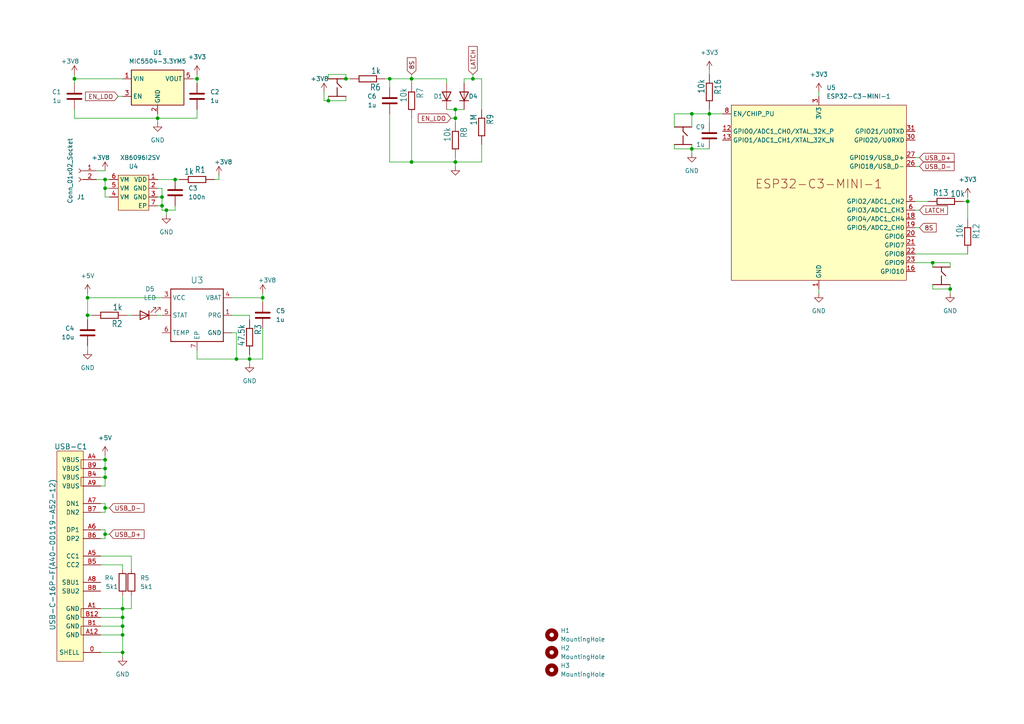
<source format=kicad_sch>
(kicad_sch (version 20230121) (generator eeschema)
  (paper "A4")
  (title_block (title "Rapid Remote") (date "2023-07-04") (rev "C") (company "Thomas Whyte-Venables") (comment 1 "Rev. C: Changed components to 0603 and added LIPO") (comment 2 "Rev. B: Changed to SOC") (comment 3 "Rev. A: Initial Commit"))
  (lib_symbols
    (symbol "+5V_2" (power) (pin_names (offset 0))
      (property "Value" "+5V_2" (at 0 3.556 0))
      (symbol "+5V_2_0_1"
        (polyline (pts (xy -0.762 1.27) (xy 0 2.54)))
        (polyline (pts (xy 0 0) (xy 0 2.54)))
        (polyline (pts (xy 0 2.54) (xy 0.762 1.27)))
      )
      (symbol "+5V_2_1_1"
        (pin power_in line (at 0 0 90) (length 0) hide (name "+5V") (number "1"))
      )
    )
    (symbol "BUTTON_4PIN_TS_1177_1"
      (symbol "BUTTON_4PIN_TS_1177_1_1_0"
        (polyline (pts (xy -2.54 0) (xy 0 0)) (stroke (width 0.254)))
        (polyline (pts (xy -2.54 5.08) (xy 0 5.08)) (stroke (width 0.254)))
        (polyline (pts (xy 0 0) (xy 2.54 0)) (stroke (width 0.254)))
        (polyline (pts (xy 0 2.54) (xy 0 0)) (stroke (width 0.254)))
        (polyline (pts (xy 0 3.81) (xy 1.27 2.54)) (stroke (width 0.254)))
        (polyline (pts (xy 0 5.08) (xy 0 3.81)) (stroke (width 0.254)))
        (polyline (pts (xy 0 5.08) (xy 2.54 5.08)) (stroke (width 0.254)))
        (pin bidirectional line (at -2.54 5.08 0) (length 0) (name "1") (number "P1"))
        (pin bidirectional line (at 2.54 5.08 0) (length 0) (name "2") (number "P2"))
        (pin bidirectional line (at -2.54 0 0) (length 0) (name "3") (number "P3"))
        (pin bidirectional line (at 2.54 0 0) (length 0) (name "4") (number "P4"))
      )
    )
    (symbol "BUTTON_4PIN_TS_1177_2"
      (symbol "BUTTON_4PIN_TS_1177_2_1_0"
        (polyline (pts (xy -2.54 0) (xy 0 0)) (stroke (width 0.254)))
        (polyline (pts (xy -2.54 5.08) (xy 0 5.08)) (stroke (width 0.254)))
        (polyline (pts (xy 0 0) (xy 2.54 0)) (stroke (width 0.254)))
        (polyline (pts (xy 0 2.54) (xy 0 0)) (stroke (width 0.254)))
        (polyline (pts (xy 0 3.81) (xy 1.27 2.54)) (stroke (width 0.254)))
        (polyline (pts (xy 0 5.08) (xy 0 3.81)) (stroke (width 0.254)))
        (polyline (pts (xy 0 5.08) (xy 2.54 5.08)) (stroke (width 0.254)))
        (pin bidirectional line (at -2.54 5.08 0) (length 0) (name "1") (number "P1"))
        (pin bidirectional line (at 2.54 5.08 0) (length 0) (name "2") (number "P2"))
        (pin bidirectional line (at -2.54 0 0) (length 0) (name "3") (number "P3"))
        (pin bidirectional line (at 2.54 0 0) (length 0) (name "4") (number "P4"))
      )
    )
    (symbol "Connector:Conn_01x02_Socket" (pin_names (offset 1.016) hide)
      (property "Reference" "J" (at 0 2.54 0))
      (property "Value" "Conn_01x02_Socket" (at 0 -5.08 0))
      (symbol "Conn_01x02_Socket_1_1"
        (arc (start 0 -2.032) (mid -0.5058 -2.54) (end 0 -3.048) (stroke (width 0.1524)))
        (polyline (pts (xy -1.27 -2.54) (xy -0.508 -2.54)) (stroke (width 0.1524)))
        (polyline (pts (xy -1.27 0) (xy -0.508 0)) (stroke (width 0.1524)))
        (arc (start 0 0.508) (mid -0.5058 0) (end 0 -0.508) (stroke (width 0.1524)))
        (pin passive line (at -5.08 0 0) (length 3.81) (name "Pin_1") (number "1"))
        (pin passive line (at -5.08 -2.54 0) (length 3.81) (name "Pin_2") (number "2"))
      )
    )
    (symbol "Device:C" (pin_numbers hide) (pin_names (offset 0.254))
      (property "Reference" "C" (at 0.635 2.54 0))
      (property "Value" "C" (at 0.635 -2.54 0))
      (symbol "C_0_1"
        (polyline (pts (xy -2.032 -0.762) (xy 2.032 -0.762)) (stroke (width 0.508)))
        (polyline (pts (xy -2.032 0.762) (xy 2.032 0.762)) (stroke (width 0.508)))
      )
      (symbol "C_1_1"
        (pin passive line (at 0 3.81 270) (length 2.794) (name "~") (number "1"))
        (pin passive line (at 0 -3.81 90) (length 2.794) (name "~") (number "2"))
      )
    )
    (symbol "Device:LED" (pin_numbers hide) (pin_names (offset 1.016) hide)
      (property "Reference" "D" (at 0 2.54 0))
      (property "Value" "LED" (at 0 -2.54 0))
      (symbol "LED_0_1"
        (polyline (pts (xy -1.27 -1.27) (xy -1.27 1.27)) (stroke (width 0.254)))
        (polyline (pts (xy -1.27 0) (xy 1.27 0)))
        (polyline (pts (xy 1.27 -1.27) (xy 1.27 1.27) (xy -1.27 0) (xy 1.27 -1.27)) (stroke (width 0.254)))
        (polyline (pts (xy -3.048 -0.762) (xy -4.572 -2.286) (xy -3.81 -2.286) (xy -4.572 -2.286) (xy -4.572 -1.524)))
        (polyline (pts (xy -1.778 -0.762) (xy -3.302 -2.286) (xy -2.54 -2.286) (xy -3.302 -2.286) (xy -3.302 -1.524)))
      )
      (symbol "LED_1_1"
        (pin passive line (at -3.81 0 0) (length 2.54) (name "K") (number "1"))
        (pin passive line (at 3.81 0 180) (length 2.54) (name "A") (number "2"))
      )
    )
    (symbol "Device:R" (pin_numbers hide) (pin_names (offset 0))
      (property "Reference" "R" (at 2.032 0 90))
      (property "Value" "R" (at 0 0 90))
      (symbol "R_0_1"
        (rectangle (start -1.016 -2.54) (end 1.016 2.54) (stroke (width 0.254)))
      )
      (symbol "R_1_1"
        (pin passive line (at 0 3.81 270) (length 1.27) (name "~") (number "1"))
        (pin passive line (at 0 -3.81 90) (length 1.27) (name "~") (number "2"))
      )
    )
    (symbol "Diode:1N4148WT" (pin_numbers hide) (pin_names hide)
      (property "Reference" "D" (at 0 2.54 0))
      (property "Value" "1N4148WT" (at 0 -2.54 0))
      (symbol "1N4148WT_0_1"
        (polyline (pts (xy -1.27 1.27) (xy -1.27 -1.27)) (stroke (width 0.254)))
        (polyline (pts (xy 1.27 0) (xy -1.27 0)))
        (polyline (pts (xy 1.27 1.27) (xy 1.27 -1.27) (xy -1.27 0) (xy 1.27 1.27)) (stroke (width 0.254)))
      )
      (symbol "1N4148WT_1_1"
        (pin passive line (at -3.81 0 0) (length 2.54) (name "K") (number "1"))
        (pin passive line (at 3.81 0 180) (length 2.54) (name "A") (number "2"))
      )
    )
    (symbol "GND_2" (power) (pin_names (offset 0))
      (property "Value" "GND_2" (at 0 -3.81 0))
      (symbol "GND_2_0_1"
        (polyline (pts (xy 0 0) (xy 0 -1.27) (xy 1.27 -1.27) (xy 0 -2.54) (xy -1.27 -1.27) (xy 0 -1.27)))
      )
      (symbol "GND_2_1_1"
        (pin power_in line (at 0 0 270) (length 0) hide (name "GND") (number "1"))
      )
    )
    (symbol "GND_3" (power) (pin_names (offset 0))
      (property "Value" "GND_3" (at 0 -3.81 0))
      (symbol "GND_3_0_1"
        (polyline (pts (xy 0 0) (xy 0 -1.27) (xy 1.27 -1.27) (xy 0 -2.54) (xy -1.27 -1.27) (xy 0 -1.27)))
      )
      (symbol "GND_3_1_1"
        (pin power_in line (at 0 0 270) (length 0) hide (name "GND") (number "1"))
      )
    )
    (symbol "Mechanical:MountingHole" (pin_names (offset 1.016))
      (property "Reference" "H" (at 0 5.08 0))
      (property "Value" "MountingHole" (at 0 3.175 0))
      (symbol "MountingHole_0_1"
        (circle (center 0 0) (radius 1.27) (stroke (width 1.27)))
      )
    )
    (symbol "PCM_Espressif:ESP32-C3-MINI-1"
      (property "Reference" "U" (at -25.4 30.48 0))
      (property "Value" "ESP32-C3-MINI-1" (at -25.4 27.94 0))
      (symbol "ESP32-C3-MINI-1_0_0"
        (text "ESP32-C3-MINI-1" (at 0 2.54 0) (effects (font (size 2.54 2.54))))
      )
      (symbol "ESP32-C3-MINI-1_0_1"
        (rectangle (start -25.4 25.4) (end 25.4 -25.4) (fill (type background)))
      )
      (symbol "ESP32-C3-MINI-1_1_1"
        (pin power_in line (at 0 -27.94 90) (length 2.54) (name "GND") (number "1"))
        (pin no_connect line (at -25.4 2.54 0) (length 2.54) hide (name "NC") (number "10"))
        (pin passive line (at 0 -27.94 90) (length 2.54) hide (name "GND") (number "11"))
        (pin bidirectional line (at -27.94 17.78 0) (length 2.54) (name "GPIO0/ADC1_CH0/XTAL_32K_P") (number "12"))
        (pin bidirectional line (at -27.94 15.24 0) (length 2.54) (name "GPIO1/ADC1_CH1/XTAL_32K_N") (number "13"))
        (pin passive line (at 0 -27.94 90) (length 2.54) hide (name "GND") (number "14"))
        (pin no_connect line (at -25.4 0 0) (length 2.54) hide (name "NC") (number "15"))
        (pin bidirectional line (at 27.94 -22.86 180) (length 2.54) (name "GPIO10") (number "16"))
        (pin no_connect line (at -25.4 -2.54 0) (length 2.54) hide (name "NC") (number "17"))
        (pin bidirectional line (at 27.94 -7.62 180) (length 2.54) (name "GPIO4/ADC1_CH4") (number "18"))
        (pin bidirectional line (at 27.94 -10.16 180) (length 2.54) (name "GPIO5/ADC2_CH0") (number "19"))
        (pin passive line (at 0 -27.94 90) (length 2.54) hide (name "GND") (number "2"))
        (pin bidirectional line (at 27.94 -12.7 180) (length 2.54) (name "GPIO6") (number "20"))
        (pin bidirectional line (at 27.94 -15.24 180) (length 2.54) (name "GPIO7") (number "21"))
        (pin bidirectional line (at 27.94 -17.78 180) (length 2.54) (name "GPIO8") (number "22"))
        (pin bidirectional line (at 27.94 -20.32 180) (length 2.54) (name "GPIO9") (number "23"))
        (pin no_connect line (at -25.4 -5.08 0) (length 2.54) hide (name "NC") (number "24"))
        (pin no_connect line (at -25.4 -7.62 0) (length 2.54) hide (name "NC") (number "25"))
        (pin bidirectional line (at 27.94 7.62 180) (length 2.54) (name "GPIO18/USB_D-") (number "26"))
        (pin bidirectional line (at 27.94 10.16 180) (length 2.54) (name "GPIO19/USB_D+") (number "27"))
        (pin no_connect line (at -25.4 -10.16 0) (length 2.54) hide (name "NC") (number "28"))
        (pin no_connect line (at -25.4 -12.7 0) (length 2.54) hide (name "NC") (number "29"))
        (pin power_in line (at 0 27.94 270) (length 2.54) (name "3V3") (number "3"))
        (pin bidirectional line (at 27.94 15.24 180) (length 2.54) (name "GPIO20/U0RXD") (number "30"))
        (pin bidirectional line (at 27.94 17.78 180) (length 2.54) (name "GPIO21/U0TXD") (number "31"))
        (pin no_connect line (at -25.4 -15.24 0) (length 2.54) hide (name "NC") (number "32"))
        (pin no_connect line (at -25.4 -17.78 0) (length 2.54) hide (name "NC") (number "33"))
        (pin no_connect line (at -25.4 -20.32 0) (length 2.54) hide (name "NC") (number "34"))
        (pin no_connect line (at -25.4 -22.86 0) (length 2.54) hide (name "NC") (number "35"))
        (pin passive line (at 0 -27.94 90) (length 2.54) hide (name "GND") (number "36"))
        (pin passive line (at 0 -27.94 90) (length 2.54) hide (name "GND") (number "37"))
        (pin passive line (at 0 -27.94 90) (length 2.54) hide (name "GND") (number "38"))
        (pin passive line (at 0 -27.94 90) (length 2.54) hide (name "GND") (number "39"))
        (pin no_connect line (at -25.4 10.16 0) (length 2.54) hide (name "NC") (number "4"))
        (pin passive line (at 0 -27.94 90) (length 2.54) hide (name "GND") (number "40"))
        (pin passive line (at 0 -27.94 90) (length 2.54) hide (name "GND") (number "41"))
        (pin passive line (at 0 -27.94 90) (length 2.54) hide (name "GND") (number "42"))
        (pin passive line (at 0 -27.94 90) (length 2.54) hide (name "GND") (number "43"))
        (pin passive line (at 0 -27.94 90) (length 2.54) hide (name "GND") (number "44"))
        (pin passive line (at 0 -27.94 90) (length 2.54) hide (name "GND") (number "45"))
        (pin passive line (at 0 -27.94 90) (length 2.54) hide (name "GND") (number "46"))
        (pin passive line (at 0 -27.94 90) (length 2.54) hide (name "GND") (number "47"))
        (pin passive line (at 0 -27.94 90) (length 2.54) hide (name "GND") (number "48"))
        (pin passive line (at 0 -27.94 90) (length 2.54) hide (name "GND") (number "49"))
        (pin bidirectional line (at 27.94 -2.54 180) (length 2.54) (name "GPIO2/ADC1_CH2") (number "5"))
        (pin passive line (at 0 -27.94 90) (length 2.54) hide (name "GND") (number "50"))
        (pin passive line (at 0 -27.94 90) (length 2.54) hide (name "GND") (number "51"))
        (pin passive line (at 0 -27.94 90) (length 2.54) hide (name "GND") (number "52"))
        (pin passive line (at 0 -27.94 90) (length 2.54) hide (name "GND") (number "53"))
        (pin bidirectional line (at 27.94 -5.08 180) (length 2.54) (name "GPIO3/ADC1_CH3") (number "6"))
        (pin no_connect line (at -25.4 7.62 0) (length 2.54) hide (name "NC") (number "7"))
        (pin input line (at -27.94 22.86 0) (length 2.54) (name "EN/CHIP_PU") (number "8"))
        (pin no_connect line (at -25.4 5.08 0) (length 2.54) hide (name "NC") (number "9"))
      )
    )
    (symbol "Regulator_Linear:MIC5504-3.3YM5"
      (property "Reference" "U" (at -7.62 8.89 0))
      (property "Value" "MIC5504-3.3YM5" (at -7.62 6.35 0))
      (symbol "MIC5504-3.3YM5_0_1"
        (rectangle (start -7.62 -5.08) (end 7.62 5.08) (stroke (width 0.254)) (fill (type background)))
      )
      (symbol "MIC5504-3.3YM5_1_1"
        (pin power_in line (at -10.16 2.54 0) (length 2.54) (name "VIN") (number "1"))
        (pin power_in line (at 0 -7.62 90) (length 2.54) (name "GND") (number "2"))
        (pin input line (at -10.16 -2.54 0) (length 2.54) (name "EN") (number "3"))
        (pin no_connect line (at 7.62 -2.54 180) (length 2.54) hide (name "NC") (number "4"))
        (pin power_out line (at 10.16 2.54 180) (length 2.54) (name "VOUT") (number "5"))
      )
    )
    (symbol "personal2:USB2.0_TYPE-C(A40-00119-A52-12)" (pin_names (offset 1.016))
      (property "Reference" "USB-C1" (at -5.08 33.02 0))
      (property "Value" "USB-C-16P-F(A40-00119-A52-12)" (at 7.62 -22.86 90))
      (symbol "USB2.0_TYPE-C(A40-00119-A52-12)_0_1"
        (rectangle (start -2.54 30.48) (end 5.08 -30.48) (fill (type background)))
        (polyline (pts (xy -2.54 -20.32) (xy -1.905 -20.32) (xy -1.905 -22.86) (xy -2.54 -22.86)))
        (polyline (pts (xy -2.54 -15.24) (xy -1.905 -15.24) (xy -1.905 -17.78) (xy -2.54 -17.78)))
        (polyline (pts (xy -2.54 22.86) (xy -1.905 22.86) (xy -1.905 20.32) (xy -2.54 20.32)))
        (polyline (pts (xy -2.54 27.94) (xy -1.905 27.94) (xy -1.905 25.4) (xy -2.54 25.4)))
      )
      (symbol "USB2.0_TYPE-C(A40-00119-A52-12)_1_1"
        (pin passive line (at -7.62 -27.94 0) (length 5.08) (name "SHELL") (number "0"))
        (pin power_in line (at -7.62 -15.24 0) (length 5.08) (name "GND") (number "A1"))
        (pin power_in line (at -7.62 -22.86 0) (length 5.08) (name "GND") (number "A12"))
        (pin power_in line (at -7.62 27.94 0) (length 5.08) (name "VBUS") (number "A4"))
        (pin input line (at -7.62 0 0) (length 5.08) (name "CC1") (number "A5"))
        (pin bidirectional line (at -7.62 7.62 0) (length 5.08) (name "DP1") (number "A6"))
        (pin bidirectional line (at -7.62 15.24 0) (length 5.08) (name "DN1") (number "A7"))
        (pin bidirectional line (at -7.62 -7.62 0) (length 5.08) (name "SBU1") (number "A8"))
        (pin power_in line (at -7.62 20.32 0) (length 5.08) (name "VBUS") (number "A9"))
        (pin power_in line (at -7.62 -20.32 0) (length 5.08) (name "GND") (number "B1"))
        (pin power_in line (at -7.62 -17.78 0) (length 5.08) (name "GND") (number "B12"))
        (pin power_in line (at -7.62 22.86 0) (length 5.08) (name "VBUS") (number "B4"))
        (pin input line (at -7.62 -2.54 0) (length 5.08) (name "CC2") (number "B5"))
        (pin bidirectional line (at -7.62 5.08 0) (length 5.08) (name "DP2") (number "B6"))
        (pin bidirectional line (at -7.62 12.7 0) (length 5.08) (name "DN2") (number "B7"))
        (pin bidirectional line (at -7.62 -10.16 0) (length 5.08) (name "SBU2") (number "B8"))
        (pin power_in line (at -7.62 25.4 0) (length 5.08) (name "VBUS") (number "B9"))
      )
    )
    (symbol "personal2:XB6096I2SV_"
      (property "Reference" "U" (at -3.81 5.08 0))
      (symbol "XB6096I2SV__1_1"
        (rectangle (start -5.08 2.54) (end 3.81 -7.62) (fill (type background)))
        (pin input line (at -7.62 1.27 0) (length 2.54) (name "VDD") (number "1"))
        (pin input line (at -7.62 -1.27 0) (length 2.54) (name "GND") (number "2"))
        (pin input line (at -7.62 -3.81 0) (length 2.54) (name "GND") (number "3"))
        (pin input line (at 6.35 -3.81 180) (length 2.54) (name "VM") (number "4"))
        (pin input line (at 6.35 -1.27 180) (length 2.54) (name "VM") (number "5"))
        (pin input line (at 6.35 1.27 180) (length 2.54) (name "VM") (number "6"))
        (pin input line (at -7.62 -6.35 0) (length 2.54) (name "EP") (number "7"))
      )
    )
    (symbol "picoclick_c3_v1.1-eagle-import:moekoe_ics_WS4518D"
      (property "Reference" "U3" (at 0 10.16 0))
      (symbol "moekoe_ics_WS4518D_1_0"
        (polyline (pts (xy -7.62 -7.62) (xy -7.62 7.62)) (stroke (width 0.254)))
        (polyline (pts (xy -7.62 7.62) (xy 7.62 7.62)) (stroke (width 0.254)) (fill (type background)))
        (polyline (pts (xy 7.62 -7.62) (xy -7.62 -7.62)) (stroke (width 0.254)))
        (polyline (pts (xy 7.62 7.62) (xy 7.62 -7.62)) (stroke (width 0.254)))
        (pin bidirectional line (at 10.16 0 180) (length 2.54) (name "PRG") (number "1"))
        (pin bidirectional line (at 10.16 -5.08 180) (length 2.54) (name "GND") (number "2"))
        (pin bidirectional line (at -10.16 5.08 0) (length 2.54) (name "VCC") (number "3"))
        (pin bidirectional line (at 10.16 5.08 180) (length 2.54) (name "VBAT") (number "4"))
        (pin bidirectional line (at -10.16 0 0) (length 2.54) (name "STAT") (number "5"))
        (pin bidirectional line (at -10.16 -5.08 0) (length 2.54) (name "TEMP") (number "6"))
        (pin bidirectional line (at 10.16 -5.08 180) (length 2.54) (name "GND") (number "EXP"))
      )
      (symbol "moekoe_ics_WS4518D_1_1"
        (pin input line (at 0 -10.16 90) (length 2.54) (name "EP") (number "7"))
      )
    )
    (symbol "picoclick_c3_v1.1-eagle-import:moekoe_rcl_R0402"
      (property "Reference" "R" (at -3.81 1.4986 0))
      (symbol "moekoe_rcl_R0402_1_0"
        (polyline (pts (xy -2.54 -0.889) (xy -2.54 0.889)) (stroke (width 0.254)))
        (polyline (pts (xy -2.54 -0.889) (xy 2.54 -0.889)) (stroke (width 0.254)))
        (polyline (pts (xy 2.54 -0.889) (xy 2.54 0.889)) (stroke (width 0.254)))
        (polyline (pts (xy 2.54 0.889) (xy -2.54 0.889)) (stroke (width 0.254)))
        (pin passive line (at -5.08 0 0) (length 2.54) (name "1") (number "1"))
        (pin passive line (at 5.08 0 180) (length 2.54) (name "2") (number "2"))
      )
    )
    (symbol "power:+3V3" (power) (pin_names (offset 0))
      (property "Value" "+3V3" (at 0 3.556 0))
      (symbol "+3V3_0_1"
        (polyline (pts (xy -0.762 1.27) (xy 0 2.54)))
        (polyline (pts (xy 0 0) (xy 0 2.54)))
        (polyline (pts (xy 0 2.54) (xy 0.762 1.27)))
      )
      (symbol "+3V3_1_1"
        (pin power_in line (at 0 0 90) (length 0) hide (name "+3V3") (number "1"))
      )
    )
    (symbol "power:+3V8" (power) (pin_names (offset 0))
      (property "Value" "+3V8" (at 0 3.556 0))
      (symbol "+3V8_0_1"
        (polyline (pts (xy -0.762 1.27) (xy 0 2.54)))
        (polyline (pts (xy 0 0) (xy 0 2.54)))
        (polyline (pts (xy 0 2.54) (xy 0.762 1.27)))
      )
      (symbol "+3V8_1_1"
        (pin power_in line (at 0 0 90) (length 0) hide (name "+3V8") (number "1"))
      )
    )
    (symbol "power:GND" (power) (pin_names (offset 0))
      (property "Value" "GND" (at 0 -3.81 0))
      (symbol "GND_0_1"
        (polyline (pts (xy 0 0) (xy 0 -1.27) (xy 1.27 -1.27) (xy 0 -2.54) (xy -1.27 -1.27) (xy 0 -1.27)))
      )
      (symbol "GND_1_1"
        (pin power_in line (at 0 0 270) (length 0) hide (name "GND") (number "1"))
      )
    )
  )
  (junction (at 46.99 59.69))
  (junction (at 50.8 52.07))
  (junction (at 25.4 91.44))
  (junction (at 200.66 33.02))
  (junction (at 35.56 179.07))
  (junction (at 113.03 22.86))
  (junction (at 48.26 60.96))
  (junction (at 21.59 22.86))
  (junction (at 132.08 46.99))
  (junction (at 35.56 184.15))
  (junction (at 72.39 104.14))
  (junction (at 132.08 31.75))
  (junction (at 132.08 34.29))
  (junction (at 100.33 22.86))
  (junction (at 30.48 133.35))
  (junction (at 119.38 46.99))
  (junction (at 35.56 176.53))
  (junction (at 68.58 104.14))
  (junction (at 46.99 57.15))
  (junction (at 119.38 22.86))
  (junction (at 25.4 86.36))
  (junction (at 205.74 33.02))
  (junction (at 45.72 34.29))
  (junction (at 275.59 83.82))
  (junction (at 35.56 181.61))
  (junction (at 270.51 76.2))
  (junction (at 76.2 86.36))
  (junction (at 137.16 22.86))
  (junction (at 30.48 52.07))
  (junction (at 30.48 54.61))
  (junction (at 95.25 29.21))
  (junction (at 280.67 58.42))
  (junction (at 57.15 22.86))
  (junction (at 200.66 43.18))
  (junction (at 30.48 154.94))
  (junction (at 35.56 189.23))
  (junction (at 30.48 147.32))
  (junction (at 30.48 135.89))
  (junction (at 30.48 138.43))
  (wire (pts (xy 113.03 33.02) (xy 113.03 46.99)) (stroke (width 0.1524)))
  (wire (pts (xy 46.99 60.96) (xy 48.26 60.96)))
  (wire (pts (xy 30.48 135.89) (xy 30.48 138.43)))
  (wire (pts (xy 46.99 91.44) (xy 45.72 91.44)) (stroke (width 0.1524)))
  (wire (pts (xy 67.31 86.36) (xy 76.2 86.36)) (stroke (width 0.1524)))
  (wire (pts (xy 72.39 104.14) (xy 72.39 105.41)) (stroke (width 0.1524)))
  (wire (pts (xy 21.59 34.29) (xy 45.72 34.29)))
  (wire (pts (xy 57.15 34.29) (xy 45.72 34.29)))
  (wire (pts (xy 26.67 91.44) (xy 25.4 91.44)) (stroke (width 0.1524)))
  (wire (pts (xy 132.08 46.99) (xy 132.08 48.26)) (stroke (width 0.1524)))
  (wire (pts (xy 30.48 154.94) (xy 30.48 156.21)))
  (wire (pts (xy 275.59 83.82) (xy 275.59 85.09)))
  (wire (pts (xy 30.48 57.15) (xy 30.48 54.61)))
  (wire (pts (xy 25.4 100.33) (xy 25.4 101.6)) (stroke (width 0.1524)))
  (wire (pts (xy 265.43 76.2) (xy 270.51 76.2)))
  (wire (pts (xy 113.03 22.86) (xy 119.38 22.86)) (stroke (width 0.1524)))
  (wire (pts (xy 63.5 52.07) (xy 63.5 50.8)))
  (wire (pts (xy 100.33 22.86) (xy 101.6 22.86)))
  (wire (pts (xy 30.48 147.32) (xy 30.48 148.59)))
  (wire (pts (xy 93.98 29.21) (xy 95.25 29.21)) (stroke (width 0.1524)))
  (wire (pts (xy 119.38 22.86) (xy 119.38 24.13)) (stroke (width 0.1524)))
  (wire (pts (xy 95.25 21.59) (xy 100.33 21.59)))
  (wire (pts (xy 280.67 73.66) (xy 265.43 73.66)))
  (wire (pts (xy 29.21 156.21) (xy 30.48 156.21)))
  (wire (pts (xy 95.25 29.21) (xy 95.25 27.94)) (stroke (width 0.1524)))
  (wire (pts (xy 119.38 22.86) (xy 129.54 22.86)) (stroke (width 0.1524)))
  (wire (pts (xy 200.66 41.91) (xy 200.66 43.18)))
  (wire (pts (xy 29.21 135.89) (xy 30.48 135.89)))
  (wire (pts (xy 27.94 49.53) (xy 30.48 49.53)))
  (wire (pts (xy 72.39 91.44) (xy 72.39 92.71)) (stroke (width 0.1524)))
  (wire (pts (xy 132.08 31.75) (xy 132.08 34.29)))
  (wire (pts (xy 280.67 57.15) (xy 280.67 58.42)))
  (wire (pts (xy 76.2 86.36) (xy 76.2 85.09)) (stroke (width 0.1524)))
  (wire (pts (xy 280.67 58.42) (xy 280.67 63.5)))
  (wire (pts (xy 35.56 189.23) (xy 35.56 184.15)))
  (wire (pts (xy 139.7 22.86) (xy 139.7 31.75)))
  (wire (pts (xy 76.2 95.25) (xy 76.2 104.14)) (stroke (width 0.1524)))
  (wire (pts (xy 275.59 83.82) (xy 270.51 83.82)))
  (wire (pts (xy 76.2 86.36) (xy 76.2 87.63)) (stroke (width 0.1524)))
  (wire (pts (xy 275.59 76.2) (xy 275.59 77.47)))
  (wire (pts (xy 29.21 146.05) (xy 30.48 146.05)))
  (wire (pts (xy 29.21 140.97) (xy 30.48 140.97)))
  (wire (pts (xy 35.56 172.72) (xy 35.56 176.53)))
  (wire (pts (xy 205.74 31.75) (xy 205.74 33.02)))
  (wire (pts (xy 38.1 176.53) (xy 35.56 176.53)))
  (wire (pts (xy 279.4 58.42) (xy 280.67 58.42)))
  (wire (pts (xy 195.58 33.02) (xy 195.58 36.83)))
  (wire (pts (xy 129.54 24.13) (xy 129.54 22.86)) (stroke (width 0.1524)))
  (wire (pts (xy 205.74 33.02) (xy 205.74 35.56)))
  (wire (pts (xy 265.43 45.72) (xy 266.7 45.72)))
  (wire (pts (xy 29.21 153.67) (xy 30.48 153.67)))
  (wire (pts (xy 57.15 22.86) (xy 57.15 24.13)))
  (wire (pts (xy 265.43 48.26) (xy 266.7 48.26)))
  (wire (pts (xy 30.48 52.07) (xy 30.48 54.61)))
  (wire (pts (xy 67.31 96.52) (xy 68.58 96.52)) (stroke (width 0.1524)))
  (wire (pts (xy 200.66 43.18) (xy 200.66 44.45)))
  (wire (pts (xy 21.59 22.86) (xy 21.59 24.13)))
  (wire (pts (xy 270.51 76.2) (xy 270.51 77.47)))
  (wire (pts (xy 35.56 181.61) (xy 35.56 179.07)))
  (wire (pts (xy 30.48 52.07) (xy 31.75 52.07)))
  (wire (pts (xy 45.72 57.15) (xy 46.99 57.15)))
  (wire (pts (xy 35.56 189.23) (xy 35.56 190.5)))
  (wire (pts (xy 111.76 22.86) (xy 113.03 22.86)))
  (wire (pts (xy 38.1 91.44) (xy 36.83 91.44)) (stroke (width 0.1524)))
  (wire (pts (xy 139.7 46.99) (xy 132.08 46.99)))
  (wire (pts (xy 29.21 181.61) (xy 35.56 181.61)))
  (wire (pts (xy 270.51 76.2) (xy 275.59 76.2)))
  (wire (pts (xy 119.38 21.59) (xy 119.38 22.86)) (stroke (width 0.1524)))
  (wire (pts (xy 55.88 22.86) (xy 57.15 22.86)))
  (wire (pts (xy 100.33 29.21) (xy 100.33 27.94)) (stroke (width 0.1524)))
  (wire (pts (xy 275.59 82.55) (xy 275.59 83.82)))
  (wire (pts (xy 134.62 22.86) (xy 134.62 24.13)) (stroke (width 0.1524)))
  (wire (pts (xy 35.56 184.15) (xy 35.56 181.61)))
  (wire (pts (xy 48.26 60.96) (xy 50.8 60.96)))
  (wire (pts (xy 200.66 43.18) (xy 195.58 43.18)))
  (wire (pts (xy 139.7 41.91) (xy 139.7 46.99)))
  (wire (pts (xy 29.21 184.15) (xy 35.56 184.15)))
  (wire (pts (xy 57.15 101.6) (xy 57.15 104.14)))
  (wire (pts (xy 237.49 26.67) (xy 237.49 27.94)))
  (wire (pts (xy 21.59 34.29) (xy 21.59 31.75)))
  (wire (pts (xy 31.75 57.15) (xy 30.48 57.15)))
  (wire (pts (xy 205.74 33.02) (xy 209.55 33.02)))
  (wire (pts (xy 200.66 43.18) (xy 205.74 43.18)))
  (wire (pts (xy 265.43 66.04) (xy 266.7 66.04)))
  (wire (pts (xy 34.29 27.94) (xy 35.56 27.94)))
  (wire (pts (xy 270.51 83.82) (xy 270.51 82.55)))
  (wire (pts (xy 139.7 22.86) (xy 137.16 22.86)) (stroke (width 0.1524)))
  (wire (pts (xy 25.4 91.44) (xy 25.4 92.71)) (stroke (width 0.1524)))
  (wire (pts (xy 21.59 22.86) (xy 21.59 21.59)))
  (wire (pts (xy 29.21 189.23) (xy 35.56 189.23)))
  (wire (pts (xy 31.75 54.61) (xy 30.48 54.61)))
  (wire (pts (xy 200.66 33.02) (xy 205.74 33.02)))
  (wire (pts (xy 57.15 31.75) (xy 57.15 34.29)))
  (wire (pts (xy 29.21 133.35) (xy 30.48 133.35)))
  (wire (pts (xy 119.38 34.29) (xy 119.38 46.99)) (stroke (width 0.1524)))
  (wire (pts (xy 30.48 138.43) (xy 29.21 138.43)))
  (wire (pts (xy 35.56 179.07) (xy 35.56 176.53)))
  (wire (pts (xy 38.1 161.29) (xy 38.1 165.1)))
  (wire (pts (xy 25.4 86.36) (xy 46.99 86.36)) (stroke (width 0.1524)))
  (wire (pts (xy 35.56 165.1) (xy 35.56 163.83)))
  (wire (pts (xy 52.07 52.07) (xy 50.8 52.07)))
  (wire (pts (xy 72.39 104.14) (xy 76.2 104.14)) (stroke (width 0.1524)))
  (wire (pts (xy 93.98 26.67) (xy 93.98 29.21)) (stroke (width 0.1524)))
  (wire (pts (xy 27.94 52.07) (xy 30.48 52.07)))
  (wire (pts (xy 45.72 33.02) (xy 45.72 34.29)))
  (wire (pts (xy 45.72 59.69) (xy 46.99 59.69)))
  (wire (pts (xy 72.39 102.87) (xy 72.39 104.14)) (stroke (width 0.1524)))
  (wire (pts (xy 100.33 21.59) (xy 100.33 22.86)))
  (wire (pts (xy 46.99 59.69) (xy 46.99 60.96)))
  (wire (pts (xy 137.16 22.86) (xy 134.62 22.86)) (stroke (width 0.1524)))
  (wire (pts (xy 30.48 133.35) (xy 30.48 135.89)))
  (wire (pts (xy 265.43 60.96) (xy 266.7 60.96)))
  (wire (pts (xy 29.21 179.07) (xy 35.56 179.07)))
  (wire (pts (xy 195.58 33.02) (xy 200.66 33.02)))
  (wire (pts (xy 46.99 59.69) (xy 46.99 57.15)))
  (wire (pts (xy 95.25 29.21) (xy 100.33 29.21)) (stroke (width 0.1524)))
  (wire (pts (xy 67.31 91.44) (xy 72.39 91.44)) (stroke (width 0.1524)))
  (wire (pts (xy 63.5 52.07) (xy 62.23 52.07)))
  (wire (pts (xy 265.43 58.42) (xy 269.24 58.42)))
  (wire (pts (xy 29.21 161.29) (xy 38.1 161.29)))
  (wire (pts (xy 25.4 86.36) (xy 25.4 91.44)) (stroke (width 0.1524)))
  (wire (pts (xy 132.08 34.29) (xy 130.81 34.29)) (stroke (width 0.1524)))
  (wire (pts (xy 30.48 147.32) (xy 31.75 147.32)))
  (wire (pts (xy 95.25 22.86) (xy 95.25 21.59)))
  (wire (pts (xy 119.38 46.99) (xy 132.08 46.99)) (stroke (width 0.1524)))
  (wire (pts (xy 29.21 148.59) (xy 30.48 148.59)))
  (wire (pts (xy 134.62 31.75) (xy 132.08 31.75)))
  (wire (pts (xy 48.26 60.96) (xy 48.26 62.23)))
  (wire (pts (xy 46.99 54.61) (xy 46.99 57.15)))
  (wire (pts (xy 57.15 104.14) (xy 68.58 104.14)))
  (wire (pts (xy 205.74 20.32) (xy 205.74 21.59)))
  (wire (pts (xy 45.72 52.07) (xy 50.8 52.07)))
  (wire (pts (xy 45.72 35.56) (xy 45.72 34.29)))
  (wire (pts (xy 137.16 21.59) (xy 137.16 22.86)))
  (wire (pts (xy 113.03 46.99) (xy 119.38 46.99)) (stroke (width 0.1524)))
  (wire (pts (xy 113.03 25.4) (xy 113.03 22.86)) (stroke (width 0.1524)))
  (wire (pts (xy 132.08 34.29) (xy 132.08 35.56)) (stroke (width 0.1524)))
  (wire (pts (xy 30.48 132.08) (xy 30.48 133.35)))
  (wire (pts (xy 45.72 54.61) (xy 46.99 54.61)))
  (wire (pts (xy 195.58 43.18) (xy 195.58 41.91)))
  (wire (pts (xy 68.58 96.52) (xy 68.58 104.14)) (stroke (width 0.1524)))
  (wire (pts (xy 200.66 33.02) (xy 200.66 36.83)))
  (wire (pts (xy 25.4 85.09) (xy 25.4 86.36)) (stroke (width 0.1524)))
  (wire (pts (xy 35.56 176.53) (xy 29.21 176.53)))
  (wire (pts (xy 30.48 153.67) (xy 30.48 154.94)))
  (wire (pts (xy 68.58 104.14) (xy 72.39 104.14)) (stroke (width 0.1524)))
  (wire (pts (xy 30.48 146.05) (xy 30.48 147.32)))
  (wire (pts (xy 30.48 140.97) (xy 30.48 138.43)))
  (wire (pts (xy 35.56 163.83) (xy 29.21 163.83)))
  (wire (pts (xy 38.1 172.72) (xy 38.1 176.53)))
  (wire (pts (xy 30.48 154.94) (xy 31.75 154.94)))
  (wire (pts (xy 129.54 31.75) (xy 132.08 31.75)))
  (wire (pts (xy 132.08 45.72) (xy 132.08 46.99)))
  (wire (pts (xy 57.15 22.86) (xy 57.15 21.59)))
  (wire (pts (xy 21.59 22.86) (xy 35.56 22.86)))
  (wire (pts (xy 50.8 59.69) (xy 50.8 60.96)))
  (wire (pts (xy 237.49 83.82) (xy 237.49 85.09)))
  (global_label "USB_D+" (shape input) (at 31.75 154.94 0) (property "Intersheetrefs" "${INTERSHEET_REFS}" (effects hide)))
  (global_label "USB_D+" (shape input) (at 266.7 45.72 0) (property "Intersheetrefs" "${INTERSHEET_REFS}" (effects hide)))
  (global_label "LATCH" (shape input) (at 266.7 60.96 0) (property "Intersheetrefs" "${INTERSHEET_REFS}" (effects hide)))
  (global_label "EN_LDO" (shape input) (at 130.81 34.29 180) (property "Intersheetrefs" "${INTERSHEET_REFS}" (effects hide)))
  (global_label "USB_D-" (shape input) (at 31.75 147.32 0) (property "Intersheetrefs" "${INTERSHEET_REFS}" (effects hide)))
  (global_label "USB_D-" (shape input) (at 266.7 48.26 0) (property "Intersheetrefs" "${INTERSHEET_REFS}" (effects hide)))
  (global_label "LATCH" (shape input) (at 137.16 21.59 90) (property "Intersheetrefs" "${INTERSHEET_REFS}" (effects hide)))
  (global_label "8S" (shape input) (at 119.38 21.59 90) (property "Intersheetrefs" "${INTERSHEET_REFS}" (effects hide)))
  (global_label "8S" (shape input) (at 266.7 66.04 0) (property "Intersheetrefs" "${INTERSHEET_REFS}" (effects hide)))
  (global_label "EN_LDO" (shape input) (at 34.29 27.94 180) (property "Intersheetrefs" "${INTERSHEET_REFS}" (effects hide)))
  (symbol (lib_id "Device:R") (at 38.1 168.91 0) (mirror y) (unit 1)
    (property "Reference" "R5" (at 40.64 167.64 0) (effects (justify right)))
    (property "Value" "5k1" (at 40.64 170.18 0) (effects (justify right)))
    (property "Footprint" "Resistor_SMD:R_0603_1608Metric" (effects hide))
  )
  (symbol (lib_id "picoclick_c3_v1.1-eagle-import:moekoe_rcl_R0402") (at 106.68 22.86 180) (unit 1)
    (property "Reference" "R6" (at 110.49 24.3586 0) (effects (font (size 1.778 1.5113)) (justify left bottom)))
    (property "Value" "1k" (at 110.49 19.558 0) (effects (font (size 1.778 1.5113)) (justify left bottom)))
    (property "Footprint" "Resistor_SMD:R_0603_1608Metric" (effects hide))
  )
  (symbol (lib_name "GND_3") (lib_id "power:GND") (at 48.26 62.23 0) (mirror y) (unit 1)
    (property "Reference" "#PWR013" (effects hide))
    (property "Value" "GND" (at 48.26 67.31 0))
  )
  (symbol (lib_name "BUTTON_4PIN_TS_1177_2") (lib_id "personal2:BUTTON_4PIN_TS_1177") (at 273.05 82.55 0) (unit 1)
    (property "Reference" "s2" (effects hide))
    (property "Value" "BUTTON_4PIN_TS_1177" (effects hide))
    (property "Footprint" "rapidtraining:TS-1177-C-B-B" (effects hide))
  )
  (symbol (lib_id "picoclick_c3_v1.1-eagle-import:moekoe_rcl_R0402") (at 139.7 36.83 270) (unit 1)
    (property "Reference" "R9" (at 141.1986 33.02 0) (effects (font (size 1.778 1.5113)) (justify left bottom)))
    (property "Value" "1M" (at 136.398 33.02 0) (effects (font (size 1.778 1.5113)) (justify left bottom)))
    (property "Footprint" "Resistor_SMD:R_0603_1608Metric" (effects hide))
  )
  (symbol (lib_id "power:+3V8") (at 21.59 21.59 0) (unit 1)
    (property "Reference" "#PWR01" (effects hide))
    (property "Value" "+3V8" (at 20.32 17.78 0))
  )
  (symbol (lib_id "Device:C") (at 50.8 55.88 0) (unit 1)
    (property "Reference" "C3" (at 54.61 54.61 0) (effects (justify left)))
    (property "Value" "100n" (at 54.61 57.15 0) (effects (justify left)))
    (property "Footprint" "Capacitor_SMD:C_0603_1608Metric" (effects hide))
  )
  (symbol (lib_id "picoclick_c3_v1.1-eagle-import:moekoe_rcl_R0402") (at 31.75 91.44 180) (unit 1)
    (property "Reference" "R2" (at 35.56 92.9386 0) (effects (font (size 1.778 1.5113)) (justify left bottom)))
    (property "Value" "1k" (at 35.56 88.138 0) (effects (font (size 1.778 1.5113)) (justify left bottom)))
    (property "Footprint" "Resistor_SMD:R_0603_1608Metric" (effects hide))
  )
  (symbol (lib_id "personal2:XB6096I2SV_") (at 38.1 53.34 0) (mirror y) (unit 1)
    (property "Reference" "U4" (at 38.735 48.26 0))
    (property "Value" "XB6096I2SV" (at 40.64 45.72 0))
    (property "Footprint" "Package_DFN_QFN:DFN-6-1EP_2x2mm_P0.65mm_EP1x1.6mm" (effects hide))
  )
  (symbol (lib_id "Diode:1N4148WT") (at 129.54 27.94 90) (unit 1)
    (property "Reference" "D1" (at 125.73 27.94 90) (effects (justify right)))
    (property "Value" "1N4148WT" (effects hide))
    (property "Footprint" "Diode_SMD:D_SOD-523" (effects hide))
    (property "Datasheet" "https://www.diodes.com/assets/Datasheets/ds30396.pdf" (effects hide))
    (property "Sim.Device" "D" (effects hide))
    (property "Sim.Pins" "1=K 2=A" (effects hide))
  )
  (symbol (lib_id "Device:LED") (at 41.91 91.44 180) (unit 1)
    (property "Reference" "D5" (at 43.4975 83.82 0))
    (property "Value" "LED" (at 43.4975 86.36 0))
    (property "Footprint" "LED_SMD:LED_0603_1608Metric" (effects hide))
  )
  (symbol (lib_id "Mechanical:MountingHole") (at 160.02 194.31 0) (unit 1)
    (property "Reference" "H3" (at 162.56 193.04 0) (effects (justify left)))
    (property "Value" "MountingHole" (at 162.56 195.58 0) (effects (justify left)))
    (property "Footprint" "MountingHole:MountingHole_3.2mm_M3" (effects hide))
  )
  (symbol (lib_id "Connector:Conn_01x02_Socket") (at 22.86 49.53 0) (mirror y) (unit 1)
    (property "Reference" "J1" (at 23.495 57.15 0))
    (property "Value" "Conn_01x02_Socket" (at 20.32 49.53 90))
    (property "Footprint" "Connector_JST:JST_PH_S2B-PH-SM4-TB_1x02-1MP_P2.00mm_Horizontal" (effects hide))
  )
  (symbol (lib_name "+5V_2") (lib_id "power:+5V") (at 25.4 85.09 0) (unit 1)
    (property "Reference" "#PWR010" (effects hide))
    (property "Value" "+5V" (at 25.4 80.01 0))
  )
  (symbol (lib_id "power:+3V8") (at 93.98 26.67 0) (unit 1)
    (property "Reference" "#PWR012" (effects hide))
    (property "Value" "+3V8" (at 92.71 22.86 0))
  )
  (symbol (lib_id "power:GND") (at 275.59 85.09 0) (unit 1)
    (property "Reference" "#PWR024" (effects hide))
    (property "Value" "GND" (at 275.59 90.17 0))
  )
  (symbol (lib_name "GND_2") (lib_id "power:GND") (at 132.08 48.26 0) (unit 1)
    (property "Reference" "#PWR019" (effects hide))
    (property "Value" "GND" (effects hide))
  )
  (symbol (lib_id "Device:R") (at 35.56 168.91 0) (unit 1)
    (property "Reference" "R4" (at 33.02 167.64 0) (effects (justify right)))
    (property "Value" "5k1" (at 34.29 170.18 0) (effects (justify right)))
    (property "Footprint" "Resistor_SMD:R_0603_1608Metric" (effects hide))
  )
  (symbol (lib_id "power:+3V3") (at 205.74 20.32 0) (unit 1)
    (property "Reference" "#PWR07" (effects hide))
    (property "Value" "+3V3" (at 205.74 15.24 0))
  )
  (symbol (lib_id "power:+3V3") (at 280.67 57.15 0) (unit 1)
    (property "Reference" "#PWR06" (effects hide))
    (property "Value" "+3V3" (at 280.67 52.07 0))
  )
  (symbol (lib_id "Device:C") (at 25.4 96.52 0) (mirror y) (unit 1)
    (property "Reference" "C4" (at 21.59 95.25 0) (effects (justify left)))
    (property "Value" "10u" (at 21.59 97.79 0) (effects (justify left)))
    (property "Footprint" "Capacitor_SMD:C_0603_1608Metric" (effects hide))
  )
  (symbol (lib_id "picoclick_c3_v1.1-eagle-import:moekoe_ics_WS4518D") (at 57.15 91.44 0) (unit 1)
    (property "Reference" "U3" (at 57.15 81.28 0) (effects (font (size 1.778 1.778))))
    (property "Value" "WS4518D" (effects hide))
    (property "Footprint" "Package_DFN_QFN:DFN-6-1EP_2x2mm_P0.65mm_EP1x1.6mm" (effects hide))
  )
  (symbol (lib_id "picoclick_c3_v1.1-eagle-import:moekoe_rcl_R0402") (at 57.15 52.07 0) (mirror x) (unit 1)
    (property "Reference" "R1" (at 59.69 48.26 0) (effects (font (size 1.778 1.5113)) (justify right bottom)))
    (property "Value" "1k" (at 53.34 48.768 0) (effects (font (size 1.778 1.5113)) (justify left bottom)))
    (property "Footprint" "Resistor_SMD:R_0603_1608Metric" (effects hide))
  )
  (symbol (lib_id "picoclick_c3_v1.1-eagle-import:moekoe_rcl_R0402") (at 119.38 29.21 270) (unit 1)
    (property "Reference" "R7" (at 120.8786 25.4 0) (effects (font (size 1.778 1.5113)) (justify left bottom)))
    (property "Value" "10k" (at 116.078 25.4 0) (effects (font (size 1.778 1.5113)) (justify left bottom)))
    (property "Footprint" "Resistor_SMD:R_0603_1608Metric" (effects hide))
  )
  (symbol (lib_id "power:GND") (at 200.66 44.45 0) (unit 1)
    (property "Reference" "#PWR022" (effects hide))
    (property "Value" "GND" (at 200.66 49.53 0))
  )
  (symbol (lib_id "picoclick_c3_v1.1-eagle-import:moekoe_rcl_R0402") (at 72.39 97.79 270) (unit 1)
    (property "Reference" "R3" (at 73.8886 93.98 0) (effects (font (size 1.778 1.5113)) (justify left bottom)))
    (property "Value" "47.5k" (at 69.088 93.98 0) (effects (font (size 1.778 1.5113)) (justify left bottom)))
    (property "Footprint" "Resistor_SMD:R_0603_1608Metric" (effects hide))
  )
  (symbol (lib_name "+5V_2") (lib_id "power:+5V") (at 30.48 132.08 0) (unit 1)
    (property "Reference" "#PWR017" (effects hide))
    (property "Value" "+5V" (at 30.48 127 0))
  )
  (symbol (lib_id "Device:C") (at 205.74 39.37 0) (mirror y) (unit 1)
    (property "Reference" "C9" (at 204.47 36.83 0) (effects (justify left)))
    (property "Value" "1u" (at 204.47 41.91 0) (effects (justify left)))
    (property "Footprint" "Capacitor_SMD:C_0603_1608Metric" (effects hide))
  )
  (symbol (lib_id "Mechanical:MountingHole") (at 160.02 184.15 0) (unit 1)
    (property "Reference" "H1" (at 162.56 182.88 0) (effects (justify left)))
    (property "Value" "MountingHole" (at 162.56 185.42 0) (effects (justify left)))
    (property "Footprint" "MountingHole:MountingHole_3.2mm_M3" (effects hide))
  )
  (symbol (lib_id "Regulator_Linear:MIC5504-3.3YM5") (at 45.72 25.4 0) (unit 1)
    (property "Reference" "U1" (at 45.72 15.24 0))
    (property "Value" "MIC5504-3.3YM5" (at 45.72 17.78 0))
    (property "Footprint" "Package_TO_SOT_SMD:SOT-23-5" (effects hide))
    (property "Datasheet" "http://ww1.microchip.com/downloads/en/DeviceDoc/MIC550X.pdf" (effects hide))
  )
  (symbol (lib_name "BUTTON_4PIN_TS_1177_2") (lib_id "personal2:BUTTON_4PIN_TS_1177") (at 198.12 41.91 0) (unit 1)
    (property "Reference" "s1" (effects hide))
    (property "Value" "BUTTON_4PIN_TS_1177" (effects hide))
    (property "Footprint" "rapidtraining:TS-1177-C-B-B" (effects hide))
  )
  (symbol (lib_name "GND_2") (lib_id "power:GND") (at 35.56 190.5 0) (unit 1)
    (property "Reference" "#PWR018" (effects hide))
    (property "Value" "GND" (at 35.56 195.58 0))
  )
  (symbol (lib_id "picoclick_c3_v1.1-eagle-import:moekoe_rcl_R0402") (at 280.67 68.58 270) (unit 1)
    (property "Reference" "R12" (at 282.1686 64.77 0) (effects (font (size 1.778 1.5113)) (justify left bottom)))
    (property "Value" "10k" (at 277.368 64.77 0) (effects (font (size 1.778 1.5113)) (justify left bottom)))
    (property "Footprint" "Resistor_SMD:R_0603_1608Metric" (effects hide))
  )
  (symbol (lib_name "GND_3") (lib_id "power:GND") (at 45.72 35.56 0) (unit 1)
    (property "Reference" "#PWR03" (effects hide))
    (property "Value" "GND" (at 45.72 40.64 0))
  )
  (symbol (lib_id "Device:C") (at 57.15 27.94 0) (unit 1)
    (property "Reference" "C2" (at 60.96 26.67 0) (effects (justify left)))
    (property "Value" "1u" (at 60.96 29.21 0) (effects (justify left)))
    (property "Footprint" "Capacitor_SMD:C_0603_1608Metric" (effects hide))
  )
  (symbol (lib_id "Device:C") (at 113.03 29.21 0) (mirror y) (unit 1)
    (property "Reference" "C6" (at 109.22 27.94 0) (effects (justify left)))
    (property "Value" "1u" (at 109.22 30.48 0) (effects (justify left)))
    (property "Footprint" "Capacitor_SMD:C_0603_1608Metric" (effects hide))
  )
  (symbol (lib_name "GND_3") (lib_id "power:GND") (at 25.4 101.6 0) (mirror y) (unit 1)
    (property "Reference" "#PWR016" (effects hide))
    (property "Value" "GND" (at 25.4 106.68 0))
  )
  (symbol (lib_id "Mechanical:MountingHole") (at 160.02 189.23 0) (unit 1)
    (property "Reference" "H2" (at 162.56 187.96 0) (effects (justify left)))
    (property "Value" "MountingHole" (at 162.56 190.5 0) (effects (justify left)))
    (property "Footprint" "MountingHole:MountingHole_3.2mm_M3" (effects hide))
  )
  (symbol (lib_id "power:+3V8") (at 76.2 85.09 0) (mirror y) (unit 1)
    (property "Reference" "#PWR015" (effects hide))
    (property "Value" "+3V8" (at 77.47 81.28 0))
  )
  (symbol (lib_id "power:GND") (at 237.49 85.09 0) (unit 1)
    (property "Reference" "#PWR023" (effects hide))
    (property "Value" "GND" (at 237.49 90.17 0))
  )
  (symbol (lib_id "picoclick_c3_v1.1-eagle-import:moekoe_rcl_R0402") (at 132.08 40.64 270) (unit 1)
    (property "Reference" "R8" (at 133.5786 36.83 0) (effects (font (size 1.778 1.5113)) (justify left bottom)))
    (property "Value" "10k" (at 128.778 36.83 0) (effects (font (size 1.778 1.5113)) (justify left bottom)))
    (property "Footprint" "Resistor_SMD:R_0603_1608Metric" (effects hide))
  )
  (symbol (lib_name "GND_3") (lib_id "power:GND") (at 72.39 105.41 0) (mirror y) (unit 1)
    (property "Reference" "#PWR020" (effects hide))
    (property "Value" "GND" (at 72.39 110.49 0))
  )
  (symbol (lib_id "picoclick_c3_v1.1-eagle-import:moekoe_rcl_R0402") (at 274.32 58.42 0) (unit 1)
    (property "Reference" "R13" (at 270.51 56.9214 0) (effects (font (size 1.778 1.5113)) (justify left bottom)))
    (property "Value" "10k" (at 275.59 57.15 0) (effects (font (size 1.778 1.5113)) (justify left bottom)))
    (property "Footprint" "Resistor_SMD:R_0603_1608Metric" (effects hide))
  )
  (symbol (lib_id "power:+3V3") (at 237.49 26.67 0) (unit 1)
    (property "Reference" "#PWR021" (effects hide))
    (property "Value" "+3V3" (at 237.49 21.59 0))
  )
  (symbol (lib_id "Diode:1N4148WT") (at 134.62 27.94 90) (unit 1)
    (property "Reference" "D4" (at 135.89 27.94 90) (effects (justify right)))
    (property "Value" "1N4148WT" (effects hide))
    (property "Footprint" "Diode_SMD:D_SOD-523" (effects hide))
    (property "Datasheet" "https://www.diodes.com/assets/Datasheets/ds30396.pdf" (effects hide))
    (property "Sim.Device" "D" (effects hide))
    (property "Sim.Pins" "1=K 2=A" (effects hide))
  )
  (symbol (lib_id "Device:C") (at 76.2 91.44 0) (unit 1)
    (property "Reference" "C5" (at 80.01 90.17 0) (effects (justify left)))
    (property "Value" "1u" (at 80.01 92.71 0) (effects (justify left)))
    (property "Footprint" "Capacitor_SMD:C_0603_1608Metric" (effects hide))
  )
  (symbol (lib_id "power:+3V3") (at 57.15 21.59 0) (unit 1)
    (property "Reference" "#PWR05" (effects hide))
    (property "Value" "+3V3" (at 57.15 16.51 0))
  )
  (symbol (lib_id "personal2:USB2.0_TYPE-C(A40-00119-A52-12)") (at 21.59 161.29 0) (mirror y) (unit 1)
    (property "Reference" "USB-C1" (at 25.4 129.54 0) (effects (font (size 1.524 1.524)) (justify left)))
    (property "Value" "USB-C-16P-F(A40-00119-A52-12)" (at 15.24 182.88 90) (effects (font (size 1.524 1.524)) (justify left)))
    (property "Footprint" "Personal:USB2.0_TYPE-C(A40-00119-A52-12)" (effects hide))
    (property "Datasheet" "https://gct.co/connector/usb4105" (effects hide))
  )
  (symbol (lib_id "power:+3V8") (at 30.48 49.53 0) (unit 1)
    (property "Reference" "#PWR08" (effects hide))
    (property "Value" "+3V8" (at 29.21 45.72 0))
  )
  (symbol (lib_id "picoclick_c3_v1.1-eagle-import:moekoe_rcl_R0402") (at 205.74 26.67 270) (unit 1)
    (property "Reference" "R16" (at 207.2386 22.86 0) (effects (font (size 1.778 1.5113)) (justify left bottom)))
    (property "Value" "10k" (at 202.438 22.86 0) (effects (font (size 1.778 1.5113)) (justify left bottom)))
    (property "Footprint" "Resistor_SMD:R_0603_1608Metric" (effects hide))
  )
  (symbol (lib_id "Device:C") (at 21.59 27.94 0) (mirror y) (unit 1)
    (property "Reference" "C1" (at 17.78 26.67 0) (effects (justify left)))
    (property "Value" "1u" (at 17.78 29.21 0) (effects (justify left)))
    (property "Footprint" "Capacitor_SMD:C_0603_1608Metric" (effects hide))
  )
  (symbol (lib_id "PCM_Espressif:ESP32-C3-MINI-1") (at 237.49 55.88 0) (unit 1)
    (property "Reference" "U5" (at 239.6841 25.4 0) (effects (justify left)))
    (property "Value" "ESP32-C3-MINI-1" (at 239.6841 27.94 0) (effects (justify left)))
    (property "Footprint" "PCM_Espressif:ESP32-C3-MINI-1" (effects hide))
    (property "Datasheet" "https://www.espressif.com/sites/default/files/documentation/esp32-c3-mini-1_datasheet_en.pdf" (effects hide))
  )
  (symbol (lib_name "BUTTON_4PIN_TS_1177_1") (lib_id "personal2:BUTTON_4PIN_TS_1177") (at 97.79 27.94 0) (unit 1)
    (property "Reference" "s8" (effects hide))
    (property "Value" "BUTTON_4PIN_TS_1177" (effects hide))
    (property "Footprint" "rapidtraining:TS-1103S" (effects hide))
  )
  (symbol (lib_id "power:+3V8") (at 63.5 50.8 0) (mirror y) (unit 1)
    (property "Reference" "#PWR014" (effects hide))
    (property "Value" "+3V8" (at 64.77 46.99 0))
  )
)
</source>
